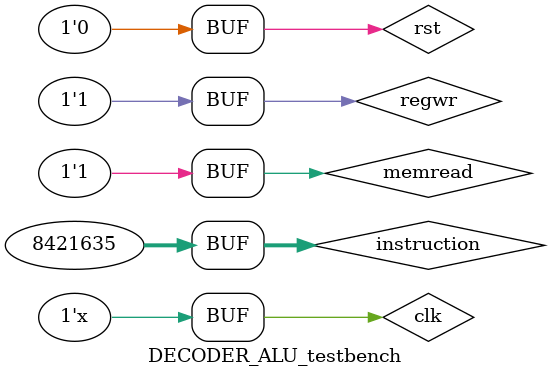
<source format=v>
`timescale 1ns / 1ps


module DECODER_ALU_testbench();

reg[31:0] instruction;
reg clk, rst, regwr; 
reg memread;
wire[31:0] data;
wire[31:0] regwrdata;


DECODER_ALU test(
.instruction(instruction),
.clk(clk),
.rst(rst),
.regwr(regwr),
.data(data),
.memread(memread),
.regwrdata(regwrdata)
);


initial begin
clk = 0;
rst = 1;

end
always #5 clk = ~clk;

initial begin
#5; 
rst = 0;
memread = 1;
#5 instruction = 32'b0000001000_00001_000_00010_0000011;
#5 regwr = 1;

end

endmodule

</source>
